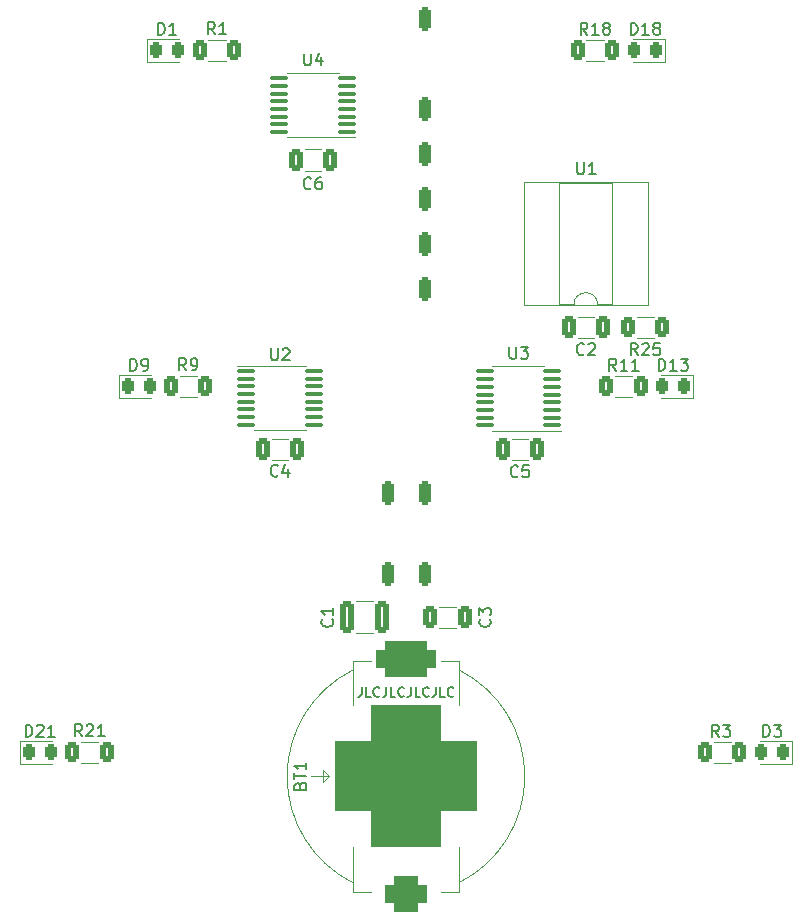
<source format=gto>
%TF.GenerationSoftware,KiCad,Pcbnew,(6.0.9)*%
%TF.CreationDate,2022-12-10T14:06:51+01:00*%
%TF.ProjectId,PartoUno,50617274-6f55-46e6-9f2e-6b696361645f,rev?*%
%TF.SameCoordinates,Original*%
%TF.FileFunction,Legend,Top*%
%TF.FilePolarity,Positive*%
%FSLAX46Y46*%
G04 Gerber Fmt 4.6, Leading zero omitted, Abs format (unit mm)*
G04 Created by KiCad (PCBNEW (6.0.9)) date 2022-12-10 14:06:51*
%MOMM*%
%LPD*%
G01*
G04 APERTURE LIST*
G04 Aperture macros list*
%AMRoundRect*
0 Rectangle with rounded corners*
0 $1 Rounding radius*
0 $2 $3 $4 $5 $6 $7 $8 $9 X,Y pos of 4 corners*
0 Add a 4 corners polygon primitive as box body*
4,1,4,$2,$3,$4,$5,$6,$7,$8,$9,$2,$3,0*
0 Add four circle primitives for the rounded corners*
1,1,$1+$1,$2,$3*
1,1,$1+$1,$4,$5*
1,1,$1+$1,$6,$7*
1,1,$1+$1,$8,$9*
0 Add four rect primitives between the rounded corners*
20,1,$1+$1,$2,$3,$4,$5,0*
20,1,$1+$1,$4,$5,$6,$7,0*
20,1,$1+$1,$6,$7,$8,$9,0*
20,1,$1+$1,$8,$9,$2,$3,0*%
G04 Aperture macros list end*
%ADD10C,0.152400*%
%ADD11C,0.150000*%
%ADD12C,0.120000*%
%ADD13O,2.400000X1.600000*%
%ADD14R,2.400000X1.600000*%
%ADD15RoundRect,0.250000X-0.312500X-0.625000X0.312500X-0.625000X0.312500X0.625000X-0.312500X0.625000X0*%
%ADD16RoundRect,0.750000X1.000000X-0.750000X1.000000X0.750000X-1.000000X0.750000X-1.000000X-0.750000X0*%
%ADD17RoundRect,0.750000X1.750000X-0.750000X1.750000X0.750000X-1.750000X0.750000X-1.750000X-0.750000X0*%
%ADD18RoundRect,3.000000X3.000000X-3.000000X3.000000X3.000000X-3.000000X3.000000X-3.000000X-3.000000X0*%
%ADD19RoundRect,0.250000X-0.250000X-0.750000X0.250000X-0.750000X0.250000X0.750000X-0.250000X0.750000X0*%
%ADD20RoundRect,0.243750X-0.243750X-0.456250X0.243750X-0.456250X0.243750X0.456250X-0.243750X0.456250X0*%
%ADD21RoundRect,0.243750X0.243750X0.456250X-0.243750X0.456250X-0.243750X-0.456250X0.243750X-0.456250X0*%
%ADD22RoundRect,0.250000X0.325000X1.100000X-0.325000X1.100000X-0.325000X-1.100000X0.325000X-1.100000X0*%
%ADD23RoundRect,0.250000X0.325000X0.650000X-0.325000X0.650000X-0.325000X-0.650000X0.325000X-0.650000X0*%
%ADD24RoundRect,0.250000X0.312500X0.625000X-0.312500X0.625000X-0.312500X-0.625000X0.312500X-0.625000X0*%
%ADD25RoundRect,0.250000X-0.325000X-0.650000X0.325000X-0.650000X0.325000X0.650000X-0.325000X0.650000X0*%
%ADD26RoundRect,0.100000X-0.637500X-0.100000X0.637500X-0.100000X0.637500X0.100000X-0.637500X0.100000X0*%
%ADD27RoundRect,0.100000X0.637500X0.100000X-0.637500X0.100000X-0.637500X-0.100000X0.637500X-0.100000X0*%
G04 APERTURE END LIST*
D10*
X136707638Y-132904895D02*
X136707638Y-133485466D01*
X136668933Y-133601580D01*
X136591523Y-133678990D01*
X136475409Y-133717695D01*
X136398000Y-133717695D01*
X137481733Y-133717695D02*
X137094685Y-133717695D01*
X137094685Y-132904895D01*
X138217123Y-133640285D02*
X138178419Y-133678990D01*
X138062304Y-133717695D01*
X137984895Y-133717695D01*
X137868780Y-133678990D01*
X137791371Y-133601580D01*
X137752666Y-133524171D01*
X137713961Y-133369352D01*
X137713961Y-133253238D01*
X137752666Y-133098419D01*
X137791371Y-133021009D01*
X137868780Y-132943600D01*
X137984895Y-132904895D01*
X138062304Y-132904895D01*
X138178419Y-132943600D01*
X138217123Y-132982304D01*
X138797695Y-132904895D02*
X138797695Y-133485466D01*
X138758990Y-133601580D01*
X138681580Y-133678990D01*
X138565466Y-133717695D01*
X138488057Y-133717695D01*
X139571790Y-133717695D02*
X139184742Y-133717695D01*
X139184742Y-132904895D01*
X140307180Y-133640285D02*
X140268476Y-133678990D01*
X140152361Y-133717695D01*
X140074952Y-133717695D01*
X139958838Y-133678990D01*
X139881428Y-133601580D01*
X139842723Y-133524171D01*
X139804019Y-133369352D01*
X139804019Y-133253238D01*
X139842723Y-133098419D01*
X139881428Y-133021009D01*
X139958838Y-132943600D01*
X140074952Y-132904895D01*
X140152361Y-132904895D01*
X140268476Y-132943600D01*
X140307180Y-132982304D01*
X140887752Y-132904895D02*
X140887752Y-133485466D01*
X140849047Y-133601580D01*
X140771638Y-133678990D01*
X140655523Y-133717695D01*
X140578114Y-133717695D01*
X141661847Y-133717695D02*
X141274800Y-133717695D01*
X141274800Y-132904895D01*
X142397238Y-133640285D02*
X142358533Y-133678990D01*
X142242419Y-133717695D01*
X142165009Y-133717695D01*
X142048895Y-133678990D01*
X141971485Y-133601580D01*
X141932780Y-133524171D01*
X141894076Y-133369352D01*
X141894076Y-133253238D01*
X141932780Y-133098419D01*
X141971485Y-133021009D01*
X142048895Y-132943600D01*
X142165009Y-132904895D01*
X142242419Y-132904895D01*
X142358533Y-132943600D01*
X142397238Y-132982304D01*
X142977809Y-132904895D02*
X142977809Y-133485466D01*
X142939104Y-133601580D01*
X142861695Y-133678990D01*
X142745580Y-133717695D01*
X142668171Y-133717695D01*
X143751904Y-133717695D02*
X143364857Y-133717695D01*
X143364857Y-132904895D01*
X144487295Y-133640285D02*
X144448590Y-133678990D01*
X144332476Y-133717695D01*
X144255066Y-133717695D01*
X144138952Y-133678990D01*
X144061542Y-133601580D01*
X144022838Y-133524171D01*
X143984133Y-133369352D01*
X143984133Y-133253238D01*
X144022838Y-133098419D01*
X144061542Y-133021009D01*
X144138952Y-132943600D01*
X144255066Y-132904895D01*
X144332476Y-132904895D01*
X144448590Y-132943600D01*
X144487295Y-132982304D01*
D11*
%TO.C,U1*%
X154940095Y-88479380D02*
X154940095Y-89288904D01*
X154987714Y-89384142D01*
X155035333Y-89431761D01*
X155130571Y-89479380D01*
X155321047Y-89479380D01*
X155416285Y-89431761D01*
X155463904Y-89384142D01*
X155511523Y-89288904D01*
X155511523Y-88479380D01*
X156511523Y-89479380D02*
X155940095Y-89479380D01*
X156225809Y-89479380D02*
X156225809Y-88479380D01*
X156130571Y-88622238D01*
X156035333Y-88717476D01*
X155940095Y-88765095D01*
%TO.C,R1*%
X124293333Y-77626380D02*
X123960000Y-77150190D01*
X123721904Y-77626380D02*
X123721904Y-76626380D01*
X124102857Y-76626380D01*
X124198095Y-76674000D01*
X124245714Y-76721619D01*
X124293333Y-76816857D01*
X124293333Y-76959714D01*
X124245714Y-77054952D01*
X124198095Y-77102571D01*
X124102857Y-77150190D01*
X123721904Y-77150190D01*
X125245714Y-77626380D02*
X124674285Y-77626380D01*
X124960000Y-77626380D02*
X124960000Y-76626380D01*
X124864761Y-76769238D01*
X124769523Y-76864476D01*
X124674285Y-76912095D01*
%TO.C,BT1*%
X131500571Y-141247714D02*
X131548190Y-141104857D01*
X131595809Y-141057238D01*
X131691047Y-141009619D01*
X131833904Y-141009619D01*
X131929142Y-141057238D01*
X131976761Y-141104857D01*
X132024380Y-141200095D01*
X132024380Y-141581047D01*
X131024380Y-141581047D01*
X131024380Y-141247714D01*
X131072000Y-141152476D01*
X131119619Y-141104857D01*
X131214857Y-141057238D01*
X131310095Y-141057238D01*
X131405333Y-141104857D01*
X131452952Y-141152476D01*
X131500571Y-141247714D01*
X131500571Y-141581047D01*
X131024380Y-140723904D02*
X131024380Y-140152476D01*
X132024380Y-140438190D02*
X131024380Y-140438190D01*
X132024380Y-139295333D02*
X132024380Y-139866761D01*
X132024380Y-139581047D02*
X131024380Y-139581047D01*
X131167238Y-139676285D01*
X131262476Y-139771523D01*
X131310095Y-139866761D01*
%TO.C,D21*%
X108259714Y-137104380D02*
X108259714Y-136104380D01*
X108497809Y-136104380D01*
X108640666Y-136152000D01*
X108735904Y-136247238D01*
X108783523Y-136342476D01*
X108831142Y-136532952D01*
X108831142Y-136675809D01*
X108783523Y-136866285D01*
X108735904Y-136961523D01*
X108640666Y-137056761D01*
X108497809Y-137104380D01*
X108259714Y-137104380D01*
X109212095Y-136199619D02*
X109259714Y-136152000D01*
X109354952Y-136104380D01*
X109593047Y-136104380D01*
X109688285Y-136152000D01*
X109735904Y-136199619D01*
X109783523Y-136294857D01*
X109783523Y-136390095D01*
X109735904Y-136532952D01*
X109164476Y-137104380D01*
X109783523Y-137104380D01*
X110735904Y-137104380D02*
X110164476Y-137104380D01*
X110450190Y-137104380D02*
X110450190Y-136104380D01*
X110354952Y-136247238D01*
X110259714Y-136342476D01*
X110164476Y-136390095D01*
%TO.C,R9*%
X121854933Y-106074380D02*
X121521600Y-105598190D01*
X121283504Y-106074380D02*
X121283504Y-105074380D01*
X121664457Y-105074380D01*
X121759695Y-105122000D01*
X121807314Y-105169619D01*
X121854933Y-105264857D01*
X121854933Y-105407714D01*
X121807314Y-105502952D01*
X121759695Y-105550571D01*
X121664457Y-105598190D01*
X121283504Y-105598190D01*
X122331123Y-106074380D02*
X122521600Y-106074380D01*
X122616838Y-106026761D01*
X122664457Y-105979142D01*
X122759695Y-105836285D01*
X122807314Y-105645809D01*
X122807314Y-105264857D01*
X122759695Y-105169619D01*
X122712076Y-105122000D01*
X122616838Y-105074380D01*
X122426361Y-105074380D01*
X122331123Y-105122000D01*
X122283504Y-105169619D01*
X122235885Y-105264857D01*
X122235885Y-105502952D01*
X122283504Y-105598190D01*
X122331123Y-105645809D01*
X122426361Y-105693428D01*
X122616838Y-105693428D01*
X122712076Y-105645809D01*
X122759695Y-105598190D01*
X122807314Y-105502952D01*
%TO.C,D13*%
X161853714Y-106116380D02*
X161853714Y-105116380D01*
X162091809Y-105116380D01*
X162234666Y-105164000D01*
X162329904Y-105259238D01*
X162377523Y-105354476D01*
X162425142Y-105544952D01*
X162425142Y-105687809D01*
X162377523Y-105878285D01*
X162329904Y-105973523D01*
X162234666Y-106068761D01*
X162091809Y-106116380D01*
X161853714Y-106116380D01*
X163377523Y-106116380D02*
X162806095Y-106116380D01*
X163091809Y-106116380D02*
X163091809Y-105116380D01*
X162996571Y-105259238D01*
X162901333Y-105354476D01*
X162806095Y-105402095D01*
X163710857Y-105116380D02*
X164329904Y-105116380D01*
X163996571Y-105497333D01*
X164139428Y-105497333D01*
X164234666Y-105544952D01*
X164282285Y-105592571D01*
X164329904Y-105687809D01*
X164329904Y-105925904D01*
X164282285Y-106021142D01*
X164234666Y-106068761D01*
X164139428Y-106116380D01*
X163853714Y-106116380D01*
X163758476Y-106068761D01*
X163710857Y-106021142D01*
%TO.C,C1*%
X134215142Y-127166666D02*
X134262761Y-127214285D01*
X134310380Y-127357142D01*
X134310380Y-127452380D01*
X134262761Y-127595238D01*
X134167523Y-127690476D01*
X134072285Y-127738095D01*
X133881809Y-127785714D01*
X133738952Y-127785714D01*
X133548476Y-127738095D01*
X133453238Y-127690476D01*
X133358000Y-127595238D01*
X133310380Y-127452380D01*
X133310380Y-127357142D01*
X133358000Y-127214285D01*
X133405619Y-127166666D01*
X134310380Y-126214285D02*
X134310380Y-126785714D01*
X134310380Y-126500000D02*
X133310380Y-126500000D01*
X133453238Y-126595238D01*
X133548476Y-126690476D01*
X133596095Y-126785714D01*
%TO.C,D1*%
X119466904Y-77668380D02*
X119466904Y-76668380D01*
X119705000Y-76668380D01*
X119847857Y-76716000D01*
X119943095Y-76811238D01*
X119990714Y-76906476D01*
X120038333Y-77096952D01*
X120038333Y-77239809D01*
X119990714Y-77430285D01*
X119943095Y-77525523D01*
X119847857Y-77620761D01*
X119705000Y-77668380D01*
X119466904Y-77668380D01*
X120990714Y-77668380D02*
X120419285Y-77668380D01*
X120705000Y-77668380D02*
X120705000Y-76668380D01*
X120609761Y-76811238D01*
X120514523Y-76906476D01*
X120419285Y-76954095D01*
%TO.C,C4*%
X129627333Y-114983142D02*
X129579714Y-115030761D01*
X129436857Y-115078380D01*
X129341619Y-115078380D01*
X129198761Y-115030761D01*
X129103523Y-114935523D01*
X129055904Y-114840285D01*
X129008285Y-114649809D01*
X129008285Y-114506952D01*
X129055904Y-114316476D01*
X129103523Y-114221238D01*
X129198761Y-114126000D01*
X129341619Y-114078380D01*
X129436857Y-114078380D01*
X129579714Y-114126000D01*
X129627333Y-114173619D01*
X130484476Y-114411714D02*
X130484476Y-115078380D01*
X130246380Y-114030761D02*
X130008285Y-114745047D01*
X130627333Y-114745047D01*
%TO.C,R3*%
X166965333Y-137104380D02*
X166632000Y-136628190D01*
X166393904Y-137104380D02*
X166393904Y-136104380D01*
X166774857Y-136104380D01*
X166870095Y-136152000D01*
X166917714Y-136199619D01*
X166965333Y-136294857D01*
X166965333Y-136437714D01*
X166917714Y-136532952D01*
X166870095Y-136580571D01*
X166774857Y-136628190D01*
X166393904Y-136628190D01*
X167298666Y-136104380D02*
X167917714Y-136104380D01*
X167584380Y-136485333D01*
X167727238Y-136485333D01*
X167822476Y-136532952D01*
X167870095Y-136580571D01*
X167917714Y-136675809D01*
X167917714Y-136913904D01*
X167870095Y-137009142D01*
X167822476Y-137056761D01*
X167727238Y-137104380D01*
X167441523Y-137104380D01*
X167346285Y-137056761D01*
X167298666Y-137009142D01*
%TO.C,C3*%
X147550142Y-127166666D02*
X147597761Y-127214285D01*
X147645380Y-127357142D01*
X147645380Y-127452380D01*
X147597761Y-127595238D01*
X147502523Y-127690476D01*
X147407285Y-127738095D01*
X147216809Y-127785714D01*
X147073952Y-127785714D01*
X146883476Y-127738095D01*
X146788238Y-127690476D01*
X146693000Y-127595238D01*
X146645380Y-127452380D01*
X146645380Y-127357142D01*
X146693000Y-127214285D01*
X146740619Y-127166666D01*
X146645380Y-126833333D02*
X146645380Y-126214285D01*
X147026333Y-126547619D01*
X147026333Y-126404761D01*
X147073952Y-126309523D01*
X147121571Y-126261904D01*
X147216809Y-126214285D01*
X147454904Y-126214285D01*
X147550142Y-126261904D01*
X147597761Y-126309523D01*
X147645380Y-126404761D01*
X147645380Y-126690476D01*
X147597761Y-126785714D01*
X147550142Y-126833333D01*
%TO.C,U2*%
X129032095Y-104227380D02*
X129032095Y-105036904D01*
X129079714Y-105132142D01*
X129127333Y-105179761D01*
X129222571Y-105227380D01*
X129413047Y-105227380D01*
X129508285Y-105179761D01*
X129555904Y-105132142D01*
X129603523Y-105036904D01*
X129603523Y-104227380D01*
X130032095Y-104322619D02*
X130079714Y-104275000D01*
X130174952Y-104227380D01*
X130413047Y-104227380D01*
X130508285Y-104275000D01*
X130555904Y-104322619D01*
X130603523Y-104417857D01*
X130603523Y-104513095D01*
X130555904Y-104655952D01*
X129984476Y-105227380D01*
X130603523Y-105227380D01*
%TO.C,R21*%
X113047542Y-137062380D02*
X112714209Y-136586190D01*
X112476114Y-137062380D02*
X112476114Y-136062380D01*
X112857066Y-136062380D01*
X112952304Y-136110000D01*
X112999923Y-136157619D01*
X113047542Y-136252857D01*
X113047542Y-136395714D01*
X112999923Y-136490952D01*
X112952304Y-136538571D01*
X112857066Y-136586190D01*
X112476114Y-136586190D01*
X113428495Y-136157619D02*
X113476114Y-136110000D01*
X113571352Y-136062380D01*
X113809447Y-136062380D01*
X113904685Y-136110000D01*
X113952304Y-136157619D01*
X113999923Y-136252857D01*
X113999923Y-136348095D01*
X113952304Y-136490952D01*
X113380876Y-137062380D01*
X113999923Y-137062380D01*
X114952304Y-137062380D02*
X114380876Y-137062380D01*
X114666590Y-137062380D02*
X114666590Y-136062380D01*
X114571352Y-136205238D01*
X114476114Y-136300476D01*
X114380876Y-136348095D01*
%TO.C,R11*%
X158259542Y-106116380D02*
X157926209Y-105640190D01*
X157688114Y-106116380D02*
X157688114Y-105116380D01*
X158069066Y-105116380D01*
X158164304Y-105164000D01*
X158211923Y-105211619D01*
X158259542Y-105306857D01*
X158259542Y-105449714D01*
X158211923Y-105544952D01*
X158164304Y-105592571D01*
X158069066Y-105640190D01*
X157688114Y-105640190D01*
X159211923Y-106116380D02*
X158640495Y-106116380D01*
X158926209Y-106116380D02*
X158926209Y-105116380D01*
X158830971Y-105259238D01*
X158735733Y-105354476D01*
X158640495Y-105402095D01*
X160164304Y-106116380D02*
X159592876Y-106116380D01*
X159878590Y-106116380D02*
X159878590Y-105116380D01*
X159783352Y-105259238D01*
X159688114Y-105354476D01*
X159592876Y-105402095D01*
%TO.C,C6*%
X132421333Y-90654142D02*
X132373714Y-90701761D01*
X132230857Y-90749380D01*
X132135619Y-90749380D01*
X131992761Y-90701761D01*
X131897523Y-90606523D01*
X131849904Y-90511285D01*
X131802285Y-90320809D01*
X131802285Y-90177952D01*
X131849904Y-89987476D01*
X131897523Y-89892238D01*
X131992761Y-89797000D01*
X132135619Y-89749380D01*
X132230857Y-89749380D01*
X132373714Y-89797000D01*
X132421333Y-89844619D01*
X133278476Y-89749380D02*
X133088000Y-89749380D01*
X132992761Y-89797000D01*
X132945142Y-89844619D01*
X132849904Y-89987476D01*
X132802285Y-90177952D01*
X132802285Y-90558904D01*
X132849904Y-90654142D01*
X132897523Y-90701761D01*
X132992761Y-90749380D01*
X133183238Y-90749380D01*
X133278476Y-90701761D01*
X133326095Y-90654142D01*
X133373714Y-90558904D01*
X133373714Y-90320809D01*
X133326095Y-90225571D01*
X133278476Y-90177952D01*
X133183238Y-90130333D01*
X132992761Y-90130333D01*
X132897523Y-90177952D01*
X132849904Y-90225571D01*
X132802285Y-90320809D01*
%TO.C,U3*%
X149225095Y-104100380D02*
X149225095Y-104909904D01*
X149272714Y-105005142D01*
X149320333Y-105052761D01*
X149415571Y-105100380D01*
X149606047Y-105100380D01*
X149701285Y-105052761D01*
X149748904Y-105005142D01*
X149796523Y-104909904D01*
X149796523Y-104100380D01*
X150177476Y-104100380D02*
X150796523Y-104100380D01*
X150463190Y-104481333D01*
X150606047Y-104481333D01*
X150701285Y-104528952D01*
X150748904Y-104576571D01*
X150796523Y-104671809D01*
X150796523Y-104909904D01*
X150748904Y-105005142D01*
X150701285Y-105052761D01*
X150606047Y-105100380D01*
X150320333Y-105100380D01*
X150225095Y-105052761D01*
X150177476Y-105005142D01*
%TO.C,D3*%
X170711904Y-137104380D02*
X170711904Y-136104380D01*
X170950000Y-136104380D01*
X171092857Y-136152000D01*
X171188095Y-136247238D01*
X171235714Y-136342476D01*
X171283333Y-136532952D01*
X171283333Y-136675809D01*
X171235714Y-136866285D01*
X171188095Y-136961523D01*
X171092857Y-137056761D01*
X170950000Y-137104380D01*
X170711904Y-137104380D01*
X171616666Y-136104380D02*
X172235714Y-136104380D01*
X171902380Y-136485333D01*
X172045238Y-136485333D01*
X172140476Y-136532952D01*
X172188095Y-136580571D01*
X172235714Y-136675809D01*
X172235714Y-136913904D01*
X172188095Y-137009142D01*
X172140476Y-137056761D01*
X172045238Y-137104380D01*
X171759523Y-137104380D01*
X171664285Y-137056761D01*
X171616666Y-137009142D01*
%TO.C,R18*%
X155821142Y-77668380D02*
X155487809Y-77192190D01*
X155249714Y-77668380D02*
X155249714Y-76668380D01*
X155630666Y-76668380D01*
X155725904Y-76716000D01*
X155773523Y-76763619D01*
X155821142Y-76858857D01*
X155821142Y-77001714D01*
X155773523Y-77096952D01*
X155725904Y-77144571D01*
X155630666Y-77192190D01*
X155249714Y-77192190D01*
X156773523Y-77668380D02*
X156202095Y-77668380D01*
X156487809Y-77668380D02*
X156487809Y-76668380D01*
X156392571Y-76811238D01*
X156297333Y-76906476D01*
X156202095Y-76954095D01*
X157344952Y-77096952D02*
X157249714Y-77049333D01*
X157202095Y-77001714D01*
X157154476Y-76906476D01*
X157154476Y-76858857D01*
X157202095Y-76763619D01*
X157249714Y-76716000D01*
X157344952Y-76668380D01*
X157535428Y-76668380D01*
X157630666Y-76716000D01*
X157678285Y-76763619D01*
X157725904Y-76858857D01*
X157725904Y-76906476D01*
X157678285Y-77001714D01*
X157630666Y-77049333D01*
X157535428Y-77096952D01*
X157344952Y-77096952D01*
X157249714Y-77144571D01*
X157202095Y-77192190D01*
X157154476Y-77287428D01*
X157154476Y-77477904D01*
X157202095Y-77573142D01*
X157249714Y-77620761D01*
X157344952Y-77668380D01*
X157535428Y-77668380D01*
X157630666Y-77620761D01*
X157678285Y-77573142D01*
X157725904Y-77477904D01*
X157725904Y-77287428D01*
X157678285Y-77192190D01*
X157630666Y-77144571D01*
X157535428Y-77096952D01*
%TO.C,D18*%
X159504714Y-77668380D02*
X159504714Y-76668380D01*
X159742809Y-76668380D01*
X159885666Y-76716000D01*
X159980904Y-76811238D01*
X160028523Y-76906476D01*
X160076142Y-77096952D01*
X160076142Y-77239809D01*
X160028523Y-77430285D01*
X159980904Y-77525523D01*
X159885666Y-77620761D01*
X159742809Y-77668380D01*
X159504714Y-77668380D01*
X161028523Y-77668380D02*
X160457095Y-77668380D01*
X160742809Y-77668380D02*
X160742809Y-76668380D01*
X160647571Y-76811238D01*
X160552333Y-76906476D01*
X160457095Y-76954095D01*
X161599952Y-77096952D02*
X161504714Y-77049333D01*
X161457095Y-77001714D01*
X161409476Y-76906476D01*
X161409476Y-76858857D01*
X161457095Y-76763619D01*
X161504714Y-76716000D01*
X161599952Y-76668380D01*
X161790428Y-76668380D01*
X161885666Y-76716000D01*
X161933285Y-76763619D01*
X161980904Y-76858857D01*
X161980904Y-76906476D01*
X161933285Y-77001714D01*
X161885666Y-77049333D01*
X161790428Y-77096952D01*
X161599952Y-77096952D01*
X161504714Y-77144571D01*
X161457095Y-77192190D01*
X161409476Y-77287428D01*
X161409476Y-77477904D01*
X161457095Y-77573142D01*
X161504714Y-77620761D01*
X161599952Y-77668380D01*
X161790428Y-77668380D01*
X161885666Y-77620761D01*
X161933285Y-77573142D01*
X161980904Y-77477904D01*
X161980904Y-77287428D01*
X161933285Y-77192190D01*
X161885666Y-77144571D01*
X161790428Y-77096952D01*
%TO.C,C2*%
X155535333Y-104702142D02*
X155487714Y-104749761D01*
X155344857Y-104797380D01*
X155249619Y-104797380D01*
X155106761Y-104749761D01*
X155011523Y-104654523D01*
X154963904Y-104559285D01*
X154916285Y-104368809D01*
X154916285Y-104225952D01*
X154963904Y-104035476D01*
X155011523Y-103940238D01*
X155106761Y-103845000D01*
X155249619Y-103797380D01*
X155344857Y-103797380D01*
X155487714Y-103845000D01*
X155535333Y-103892619D01*
X155916285Y-103892619D02*
X155963904Y-103845000D01*
X156059142Y-103797380D01*
X156297238Y-103797380D01*
X156392476Y-103845000D01*
X156440095Y-103892619D01*
X156487714Y-103987857D01*
X156487714Y-104083095D01*
X156440095Y-104225952D01*
X155868666Y-104797380D01*
X156487714Y-104797380D01*
%TO.C,U4*%
X131826095Y-79264380D02*
X131826095Y-80073904D01*
X131873714Y-80169142D01*
X131921333Y-80216761D01*
X132016571Y-80264380D01*
X132207047Y-80264380D01*
X132302285Y-80216761D01*
X132349904Y-80169142D01*
X132397523Y-80073904D01*
X132397523Y-79264380D01*
X133302285Y-79597714D02*
X133302285Y-80264380D01*
X133064190Y-79216761D02*
X132826095Y-79931047D01*
X133445142Y-79931047D01*
%TO.C,R25*%
X160073642Y-104797380D02*
X159740309Y-104321190D01*
X159502214Y-104797380D02*
X159502214Y-103797380D01*
X159883166Y-103797380D01*
X159978404Y-103845000D01*
X160026023Y-103892619D01*
X160073642Y-103987857D01*
X160073642Y-104130714D01*
X160026023Y-104225952D01*
X159978404Y-104273571D01*
X159883166Y-104321190D01*
X159502214Y-104321190D01*
X160454595Y-103892619D02*
X160502214Y-103845000D01*
X160597452Y-103797380D01*
X160835547Y-103797380D01*
X160930785Y-103845000D01*
X160978404Y-103892619D01*
X161026023Y-103987857D01*
X161026023Y-104083095D01*
X160978404Y-104225952D01*
X160406976Y-104797380D01*
X161026023Y-104797380D01*
X161930785Y-103797380D02*
X161454595Y-103797380D01*
X161406976Y-104273571D01*
X161454595Y-104225952D01*
X161549833Y-104178333D01*
X161787928Y-104178333D01*
X161883166Y-104225952D01*
X161930785Y-104273571D01*
X161978404Y-104368809D01*
X161978404Y-104606904D01*
X161930785Y-104702142D01*
X161883166Y-104749761D01*
X161787928Y-104797380D01*
X161549833Y-104797380D01*
X161454595Y-104749761D01*
X161406976Y-104702142D01*
%TO.C,C5*%
X149947333Y-115038142D02*
X149899714Y-115085761D01*
X149756857Y-115133380D01*
X149661619Y-115133380D01*
X149518761Y-115085761D01*
X149423523Y-114990523D01*
X149375904Y-114895285D01*
X149328285Y-114704809D01*
X149328285Y-114561952D01*
X149375904Y-114371476D01*
X149423523Y-114276238D01*
X149518761Y-114181000D01*
X149661619Y-114133380D01*
X149756857Y-114133380D01*
X149899714Y-114181000D01*
X149947333Y-114228619D01*
X150852095Y-114133380D02*
X150375904Y-114133380D01*
X150328285Y-114609571D01*
X150375904Y-114561952D01*
X150471142Y-114514333D01*
X150709238Y-114514333D01*
X150804476Y-114561952D01*
X150852095Y-114609571D01*
X150899714Y-114704809D01*
X150899714Y-114942904D01*
X150852095Y-115038142D01*
X150804476Y-115085761D01*
X150709238Y-115133380D01*
X150471142Y-115133380D01*
X150375904Y-115085761D01*
X150328285Y-115038142D01*
%TO.C,D9*%
X117117904Y-106116380D02*
X117117904Y-105116380D01*
X117356000Y-105116380D01*
X117498857Y-105164000D01*
X117594095Y-105259238D01*
X117641714Y-105354476D01*
X117689333Y-105544952D01*
X117689333Y-105687809D01*
X117641714Y-105878285D01*
X117594095Y-105973523D01*
X117498857Y-106068761D01*
X117356000Y-106116380D01*
X117117904Y-106116380D01*
X118165523Y-106116380D02*
X118356000Y-106116380D01*
X118451238Y-106068761D01*
X118498857Y-106021142D01*
X118594095Y-105878285D01*
X118641714Y-105687809D01*
X118641714Y-105306857D01*
X118594095Y-105211619D01*
X118546476Y-105164000D01*
X118451238Y-105116380D01*
X118260761Y-105116380D01*
X118165523Y-105164000D01*
X118117904Y-105211619D01*
X118070285Y-105306857D01*
X118070285Y-105544952D01*
X118117904Y-105640190D01*
X118165523Y-105687809D01*
X118260761Y-105735428D01*
X118451238Y-105735428D01*
X118546476Y-105687809D01*
X118594095Y-105640190D01*
X118641714Y-105544952D01*
D12*
%TO.C,U1*%
X156692000Y-100507000D02*
G75*
G03*
X154692000Y-100507000I-1000000J0D01*
G01*
X160942000Y-100567000D02*
X160942000Y-90167000D01*
X160942000Y-90167000D02*
X150442000Y-90167000D01*
X150442000Y-100567000D02*
X160942000Y-100567000D01*
X153442000Y-90227000D02*
X153442000Y-100507000D01*
X150442000Y-90167000D02*
X150442000Y-100567000D01*
X156692000Y-100507000D02*
X157942000Y-100507000D01*
X153442000Y-100507000D02*
X154692000Y-100507000D01*
X157942000Y-100507000D02*
X157942000Y-90227000D01*
X157942000Y-90227000D02*
X153442000Y-90227000D01*
%TO.C,R1*%
X123732936Y-79904000D02*
X125187064Y-79904000D01*
X123732936Y-78084000D02*
X125187064Y-78084000D01*
%TO.C,BT1*%
X133462000Y-139962000D02*
X133962000Y-140462000D01*
X144962000Y-146462000D02*
X144962000Y-150212000D01*
X144962000Y-130712000D02*
X144962000Y-134462000D01*
X135962000Y-134462000D02*
X135962000Y-130712000D01*
X144962000Y-150212000D02*
X143462000Y-150212000D01*
X135962000Y-150212000D02*
X137462000Y-150212000D01*
X135962000Y-130712000D02*
X137462000Y-130712000D01*
X132462000Y-140462000D02*
X133962000Y-140462000D01*
X133462000Y-140962000D02*
X133462000Y-139962000D01*
X135962000Y-150212000D02*
X135962000Y-146462000D01*
X133962000Y-140462000D02*
X133462000Y-140962000D01*
X144962000Y-130712000D02*
X143462000Y-130712000D01*
X144962000Y-149461999D02*
G75*
G03*
X144962000Y-131462001I-4500000J8999999D01*
G01*
X135962000Y-131462001D02*
G75*
G03*
X135962000Y-149461999I4500000J-8999999D01*
G01*
%TO.C,D21*%
X107789000Y-139390000D02*
X110474000Y-139390000D01*
X110474000Y-137470000D02*
X107789000Y-137470000D01*
X107789000Y-137470000D02*
X107789000Y-139390000D01*
%TO.C,R9*%
X121294536Y-106532000D02*
X122748664Y-106532000D01*
X121294536Y-108352000D02*
X122748664Y-108352000D01*
%TO.C,D13*%
X164753000Y-106482000D02*
X162068000Y-106482000D01*
X162068000Y-108402000D02*
X164753000Y-108402000D01*
X164753000Y-108402000D02*
X164753000Y-106482000D01*
%TO.C,C1*%
X137666252Y-125640000D02*
X136243748Y-125640000D01*
X137666252Y-128360000D02*
X136243748Y-128360000D01*
%TO.C,D1*%
X118520000Y-79954000D02*
X121205000Y-79954000D01*
X121205000Y-78034000D02*
X118520000Y-78034000D01*
X118520000Y-78034000D02*
X118520000Y-79954000D01*
%TO.C,C4*%
X130505252Y-111866000D02*
X129082748Y-111866000D01*
X130505252Y-113686000D02*
X129082748Y-113686000D01*
%TO.C,R3*%
X167960664Y-137520000D02*
X166506536Y-137520000D01*
X167960664Y-139340000D02*
X166506536Y-139340000D01*
%TO.C,C3*%
X143257748Y-127910000D02*
X144680252Y-127910000D01*
X143257748Y-126090000D02*
X144680252Y-126090000D01*
%TO.C,U2*%
X129794000Y-105682000D02*
X126194000Y-105682000D01*
X129794000Y-111152000D02*
X131994000Y-111152000D01*
X129794000Y-105682000D02*
X131994000Y-105682000D01*
X129794000Y-111152000D02*
X127594000Y-111152000D01*
%TO.C,R21*%
X112963336Y-139340000D02*
X114417464Y-139340000D01*
X112963336Y-137520000D02*
X114417464Y-137520000D01*
%TO.C,R11*%
X159629464Y-108352000D02*
X158175336Y-108352000D01*
X159629464Y-106532000D02*
X158175336Y-106532000D01*
%TO.C,C6*%
X131876748Y-89175000D02*
X133299252Y-89175000D01*
X131876748Y-87355000D02*
X133299252Y-87355000D01*
%TO.C,U3*%
X149987000Y-111193000D02*
X147787000Y-111193000D01*
X149987000Y-105723000D02*
X147787000Y-105723000D01*
X149987000Y-111193000D02*
X153587000Y-111193000D01*
X149987000Y-105723000D02*
X152187000Y-105723000D01*
%TO.C,D3*%
X170450000Y-139390000D02*
X173135000Y-139390000D01*
X173135000Y-139390000D02*
X173135000Y-137470000D01*
X173135000Y-137470000D02*
X170450000Y-137470000D01*
%TO.C,R18*%
X157191064Y-79904000D02*
X155736936Y-79904000D01*
X157191064Y-78084000D02*
X155736936Y-78084000D01*
%TO.C,D18*%
X162404000Y-79954000D02*
X162404000Y-78034000D01*
X162404000Y-78034000D02*
X159719000Y-78034000D01*
X159719000Y-79954000D02*
X162404000Y-79954000D01*
%TO.C,C2*%
X154990748Y-103350000D02*
X156413252Y-103350000D01*
X154990748Y-101530000D02*
X156413252Y-101530000D01*
%TO.C,U4*%
X132588000Y-80887000D02*
X130388000Y-80887000D01*
X132588000Y-86357000D02*
X130388000Y-86357000D01*
X132588000Y-86357000D02*
X136188000Y-86357000D01*
X132588000Y-80887000D02*
X134788000Y-80887000D01*
%TO.C,R25*%
X161443564Y-103350000D02*
X159989436Y-103350000D01*
X161443564Y-101530000D02*
X159989436Y-101530000D01*
%TO.C,C5*%
X149402748Y-111866000D02*
X150825252Y-111866000D01*
X149402748Y-113686000D02*
X150825252Y-113686000D01*
%TO.C,D9*%
X116171000Y-106482000D02*
X116171000Y-108402000D01*
X118856000Y-106482000D02*
X116171000Y-106482000D01*
X116171000Y-108402000D02*
X118856000Y-108402000D01*
%TD*%
%LPC*%
D13*
%TO.C,U1*%
X151882000Y-99177000D03*
X151882000Y-96637000D03*
X151882000Y-94097000D03*
X151882000Y-91557000D03*
X159502000Y-91557000D03*
X159502000Y-94097000D03*
X159502000Y-96637000D03*
D14*
X159502000Y-99177000D03*
%TD*%
D15*
%TO.C,R1*%
X122997500Y-78994000D03*
X125922500Y-78994000D03*
%TD*%
D16*
%TO.C,BT1*%
X140462000Y-150412000D03*
D17*
X140462000Y-130512000D03*
D18*
X140462000Y-140462000D03*
%TD*%
D19*
%TO.C,J7*%
X142113000Y-91567000D03*
%TD*%
%TO.C,J8*%
X142113000Y-87757000D03*
%TD*%
D20*
%TO.C,D21*%
X108536500Y-138430000D03*
X110411500Y-138430000D03*
%TD*%
D19*
%TO.C,J10*%
X142113000Y-99187000D03*
%TD*%
D15*
%TO.C,R9*%
X120559100Y-107442000D03*
X123484100Y-107442000D03*
%TD*%
D19*
%TO.C,J20*%
X142113000Y-83947000D03*
%TD*%
D21*
%TO.C,D13*%
X164005500Y-107442000D03*
X162130500Y-107442000D03*
%TD*%
D19*
%TO.C,J16*%
X138938000Y-61087000D03*
%TD*%
%TO.C,J18*%
X142113000Y-68707000D03*
%TD*%
%TO.C,J19*%
X142113000Y-76327000D03*
%TD*%
%TO.C,J31*%
X142113000Y-123317000D03*
%TD*%
D22*
%TO.C,C1*%
X138430000Y-127000000D03*
X135480000Y-127000000D03*
%TD*%
D20*
%TO.C,D1*%
X119267500Y-78994000D03*
X121142500Y-78994000D03*
%TD*%
D19*
%TO.C,J30*%
X142113000Y-116459000D03*
%TD*%
D23*
%TO.C,C4*%
X131269000Y-112776000D03*
X128319000Y-112776000D03*
%TD*%
D19*
%TO.C,J17*%
X142113000Y-61087000D03*
%TD*%
D24*
%TO.C,R3*%
X168696100Y-138430000D03*
X165771100Y-138430000D03*
%TD*%
D25*
%TO.C,C3*%
X142494000Y-127000000D03*
X145444000Y-127000000D03*
%TD*%
D19*
%TO.C,J28*%
X138938000Y-116459000D03*
%TD*%
D26*
%TO.C,U2*%
X126931500Y-106142000D03*
X126931500Y-106792000D03*
X126931500Y-107442000D03*
X126931500Y-108092000D03*
X126931500Y-108742000D03*
X126931500Y-109392000D03*
X126931500Y-110042000D03*
X126931500Y-110692000D03*
X132656500Y-110692000D03*
X132656500Y-110042000D03*
X132656500Y-109392000D03*
X132656500Y-108742000D03*
X132656500Y-108092000D03*
X132656500Y-107442000D03*
X132656500Y-106792000D03*
X132656500Y-106142000D03*
%TD*%
D15*
%TO.C,R21*%
X112227900Y-138430000D03*
X115152900Y-138430000D03*
%TD*%
D24*
%TO.C,R11*%
X160364900Y-107442000D03*
X157439900Y-107442000D03*
%TD*%
D25*
%TO.C,C6*%
X131113000Y-88265000D03*
X134063000Y-88265000D03*
%TD*%
D27*
%TO.C,U3*%
X152849500Y-110733000D03*
X152849500Y-110083000D03*
X152849500Y-109433000D03*
X152849500Y-108783000D03*
X152849500Y-108133000D03*
X152849500Y-107483000D03*
X152849500Y-106833000D03*
X152849500Y-106183000D03*
X147124500Y-106183000D03*
X147124500Y-106833000D03*
X147124500Y-107483000D03*
X147124500Y-108133000D03*
X147124500Y-108783000D03*
X147124500Y-109433000D03*
X147124500Y-110083000D03*
X147124500Y-110733000D03*
%TD*%
D21*
%TO.C,D3*%
X172387500Y-138430000D03*
X170512500Y-138430000D03*
%TD*%
D24*
%TO.C,R18*%
X157926500Y-78994000D03*
X155001500Y-78994000D03*
%TD*%
D19*
%TO.C,J14*%
X138938000Y-68707000D03*
%TD*%
D21*
%TO.C,D18*%
X161656500Y-78994000D03*
X159781500Y-78994000D03*
%TD*%
D25*
%TO.C,C2*%
X157177000Y-102440000D03*
X154227000Y-102440000D03*
%TD*%
D27*
%TO.C,U4*%
X135450500Y-85897000D03*
X135450500Y-85247000D03*
X135450500Y-84597000D03*
X135450500Y-83947000D03*
X135450500Y-83297000D03*
X135450500Y-82647000D03*
X135450500Y-81997000D03*
X135450500Y-81347000D03*
X129725500Y-81347000D03*
X129725500Y-81997000D03*
X129725500Y-82647000D03*
X129725500Y-83297000D03*
X129725500Y-83947000D03*
X129725500Y-84597000D03*
X129725500Y-85247000D03*
X129725500Y-85897000D03*
%TD*%
D19*
%TO.C,J9*%
X142113000Y-95377000D03*
%TD*%
D24*
%TO.C,R25*%
X159254000Y-102440000D03*
X162179000Y-102440000D03*
%TD*%
D19*
%TO.C,J29*%
X138938000Y-123317000D03*
%TD*%
%TO.C,J15*%
X138938000Y-64897000D03*
%TD*%
D25*
%TO.C,C5*%
X148639000Y-112776000D03*
X151589000Y-112776000D03*
%TD*%
D20*
%TO.C,D9*%
X116918500Y-107442000D03*
X118793500Y-107442000D03*
%TD*%
M02*

</source>
